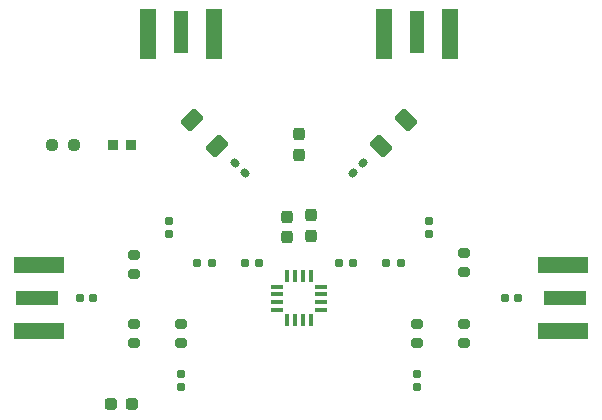
<source format=gbr>
%TF.GenerationSoftware,KiCad,Pcbnew,8.0.2*%
%TF.CreationDate,2025-01-11T01:17:19-03:00*%
%TF.ProjectId,LumiCom_Transmitter,4c756d69-436f-46d5-9f54-72616e736d69,rev?*%
%TF.SameCoordinates,Original*%
%TF.FileFunction,Paste,Top*%
%TF.FilePolarity,Positive*%
%FSLAX46Y46*%
G04 Gerber Fmt 4.6, Leading zero omitted, Abs format (unit mm)*
G04 Created by KiCad (PCBNEW 8.0.2) date 2025-01-11 01:17:19*
%MOMM*%
%LPD*%
G01*
G04 APERTURE LIST*
G04 Aperture macros list*
%AMRoundRect*
0 Rectangle with rounded corners*
0 $1 Rounding radius*
0 $2 $3 $4 $5 $6 $7 $8 $9 X,Y pos of 4 corners*
0 Add a 4 corners polygon primitive as box body*
4,1,4,$2,$3,$4,$5,$6,$7,$8,$9,$2,$3,0*
0 Add four circle primitives for the rounded corners*
1,1,$1+$1,$2,$3*
1,1,$1+$1,$4,$5*
1,1,$1+$1,$6,$7*
1,1,$1+$1,$8,$9*
0 Add four rect primitives between the rounded corners*
20,1,$1+$1,$2,$3,$4,$5,0*
20,1,$1+$1,$4,$5,$6,$7,0*
20,1,$1+$1,$6,$7,$8,$9,0*
20,1,$1+$1,$8,$9,$2,$3,0*%
G04 Aperture macros list end*
%ADD10RoundRect,0.155000X-0.040659X-0.259862X0.259862X0.040659X0.040659X0.259862X-0.259862X-0.040659X0*%
%ADD11RoundRect,0.160000X-0.197500X-0.160000X0.197500X-0.160000X0.197500X0.160000X-0.197500X0.160000X0*%
%ADD12RoundRect,0.155000X0.259862X-0.040659X-0.040659X0.259862X-0.259862X0.040659X0.040659X-0.259862X0*%
%ADD13R,3.600000X1.270000*%
%ADD14R,4.200000X1.350000*%
%ADD15RoundRect,0.200000X-0.275000X0.200000X-0.275000X-0.200000X0.275000X-0.200000X0.275000X0.200000X0*%
%ADD16RoundRect,0.237500X0.250000X0.237500X-0.250000X0.237500X-0.250000X-0.237500X0.250000X-0.237500X0*%
%ADD17RoundRect,0.237500X0.237500X-0.300000X0.237500X0.300000X-0.237500X0.300000X-0.237500X-0.300000X0*%
%ADD18RoundRect,0.155000X-0.155000X0.212500X-0.155000X-0.212500X0.155000X-0.212500X0.155000X0.212500X0*%
%ADD19RoundRect,0.087500X-0.425000X-0.087500X0.425000X-0.087500X0.425000X0.087500X-0.425000X0.087500X0*%
%ADD20RoundRect,0.087500X-0.087500X-0.425000X0.087500X-0.425000X0.087500X0.425000X-0.087500X0.425000X0*%
%ADD21RoundRect,0.237500X0.287500X0.237500X-0.287500X0.237500X-0.287500X-0.237500X0.287500X-0.237500X0*%
%ADD22R,1.270000X3.600000*%
%ADD23R,1.350000X4.200000*%
%ADD24RoundRect,0.160000X0.197500X0.160000X-0.197500X0.160000X-0.197500X-0.160000X0.197500X-0.160000X0*%
%ADD25R,0.950000X0.950000*%
%ADD26RoundRect,0.155000X-0.212500X-0.155000X0.212500X-0.155000X0.212500X0.155000X-0.212500X0.155000X0*%
%ADD27RoundRect,0.155000X0.155000X-0.212500X0.155000X0.212500X-0.155000X0.212500X-0.155000X-0.212500X0*%
%ADD28RoundRect,0.155000X0.212500X0.155000X-0.212500X0.155000X-0.212500X-0.155000X0.212500X-0.155000X0*%
%ADD29RoundRect,0.250000X0.159099X-0.724784X0.724784X-0.159099X-0.159099X0.724784X-0.724784X0.159099X0*%
%ADD30RoundRect,0.237500X-0.237500X0.300000X-0.237500X-0.300000X0.237500X-0.300000X0.237500X0.300000X0*%
%ADD31RoundRect,0.250000X0.724784X0.159099X0.159099X0.724784X-0.724784X-0.159099X-0.159099X-0.724784X0*%
G04 APERTURE END LIST*
D10*
%TO.C,C10*%
X129598717Y-64401283D03*
X130401283Y-63598717D03*
%TD*%
D11*
%TO.C,R11*%
X120402500Y-72000000D03*
X121597500Y-72000000D03*
%TD*%
D12*
%TO.C,C9*%
X120401283Y-64401283D03*
X119598717Y-63598717D03*
%TD*%
D13*
%TO.C,J2*%
X147537500Y-75000000D03*
D14*
X147337500Y-77825000D03*
X147337500Y-72175000D03*
%TD*%
D15*
%TO.C,R3*%
X135000000Y-77175000D03*
X135000000Y-78825000D03*
%TD*%
D16*
%TO.C,R6*%
X105912500Y-62000000D03*
X104087500Y-62000000D03*
%TD*%
D11*
%TO.C,R9*%
X116402500Y-72000000D03*
X117597500Y-72000000D03*
%TD*%
D17*
%TO.C,C2*%
X126000000Y-69725001D03*
X126000000Y-68000001D03*
%TD*%
D18*
%TO.C,C11*%
X136000000Y-68432500D03*
X136000000Y-69567500D03*
%TD*%
D15*
%TO.C,R7*%
X115000000Y-77175000D03*
X115000000Y-78825000D03*
%TD*%
D19*
%TO.C,U1*%
X123137500Y-74025000D03*
X123137500Y-74675000D03*
X123137500Y-75325000D03*
X123137500Y-75975000D03*
D20*
X124025000Y-76862500D03*
X124675000Y-76862500D03*
X125325000Y-76862500D03*
X125975000Y-76862500D03*
D19*
X126862500Y-75975000D03*
X126862500Y-75325000D03*
X126862500Y-74675000D03*
X126862500Y-74025000D03*
D20*
X125975000Y-73137500D03*
X125325000Y-73137500D03*
X124675000Y-73137500D03*
X124025000Y-73137500D03*
%TD*%
D21*
%TO.C,L1*%
X110875000Y-84000000D03*
X109125000Y-84000000D03*
%TD*%
D22*
%TO.C,J5*%
X115000000Y-52462500D03*
D23*
X117825000Y-52662500D03*
X112175000Y-52662500D03*
%TD*%
D13*
%TO.C,J3*%
X102800000Y-75000000D03*
D14*
X103000000Y-72175000D03*
X103000000Y-77825000D03*
%TD*%
D24*
%TO.C,R12*%
X129597500Y-72000000D03*
X128402500Y-72000000D03*
%TD*%
D25*
%TO.C,D1*%
X109250000Y-62000000D03*
X110750000Y-62000000D03*
%TD*%
D17*
%TO.C,C7*%
X124000000Y-69862500D03*
X124000000Y-68137500D03*
%TD*%
D26*
%TO.C,C4*%
X106432500Y-75000000D03*
X107567500Y-75000000D03*
%TD*%
D27*
%TO.C,C6*%
X115000000Y-82567500D03*
X115000000Y-81432500D03*
%TD*%
D28*
%TO.C,C3*%
X143567500Y-75000000D03*
X142432500Y-75000000D03*
%TD*%
D18*
%TO.C,C8*%
X114000000Y-68432500D03*
X114000000Y-69567500D03*
%TD*%
D15*
%TO.C,R5*%
X111000000Y-77175000D03*
X111000000Y-78825000D03*
%TD*%
D29*
%TO.C,R14*%
X131903984Y-62096016D03*
X134096016Y-59903984D03*
%TD*%
D27*
%TO.C,C5*%
X135000000Y-82567500D03*
X135000000Y-81432500D03*
%TD*%
D15*
%TO.C,R1*%
X139000000Y-71175000D03*
X139000000Y-72825000D03*
%TD*%
%TO.C,R2*%
X139000000Y-77175000D03*
X139000000Y-78825000D03*
%TD*%
D30*
%TO.C,C1*%
X125000000Y-61137500D03*
X125000000Y-62862500D03*
%TD*%
D24*
%TO.C,R10*%
X133597500Y-72000000D03*
X132402500Y-72000000D03*
%TD*%
D15*
%TO.C,R4*%
X111000000Y-71350000D03*
X111000000Y-73000000D03*
%TD*%
D31*
%TO.C,R13*%
X118096016Y-62096016D03*
X115903984Y-59903984D03*
%TD*%
D22*
%TO.C,J4*%
X135000000Y-52462500D03*
D23*
X137825000Y-52662500D03*
X132175000Y-52662500D03*
%TD*%
M02*

</source>
